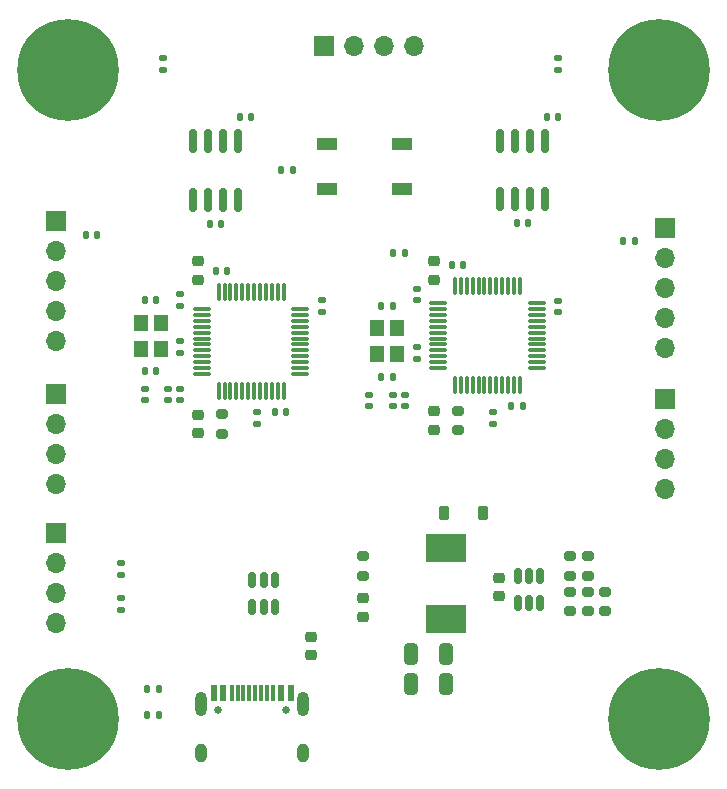
<source format=gbr>
%TF.GenerationSoftware,KiCad,Pcbnew,8.0.6*%
%TF.CreationDate,2024-12-26T00:35:44-06:00*%
%TF.ProjectId,KiCAD_MCPtest,4b694341-445f-44d4-9350-746573742e6b,rev?*%
%TF.SameCoordinates,Original*%
%TF.FileFunction,Soldermask,Top*%
%TF.FilePolarity,Negative*%
%FSLAX46Y46*%
G04 Gerber Fmt 4.6, Leading zero omitted, Abs format (unit mm)*
G04 Created by KiCad (PCBNEW 8.0.6) date 2024-12-26 00:35:44*
%MOMM*%
%LPD*%
G01*
G04 APERTURE LIST*
G04 Aperture macros list*
%AMRoundRect*
0 Rectangle with rounded corners*
0 $1 Rounding radius*
0 $2 $3 $4 $5 $6 $7 $8 $9 X,Y pos of 4 corners*
0 Add a 4 corners polygon primitive as box body*
4,1,4,$2,$3,$4,$5,$6,$7,$8,$9,$2,$3,0*
0 Add four circle primitives for the rounded corners*
1,1,$1+$1,$2,$3*
1,1,$1+$1,$4,$5*
1,1,$1+$1,$6,$7*
1,1,$1+$1,$8,$9*
0 Add four rect primitives between the rounded corners*
20,1,$1+$1,$2,$3,$4,$5,0*
20,1,$1+$1,$4,$5,$6,$7,0*
20,1,$1+$1,$6,$7,$8,$9,0*
20,1,$1+$1,$8,$9,$2,$3,0*%
G04 Aperture macros list end*
%ADD10RoundRect,0.135000X0.185000X-0.135000X0.185000X0.135000X-0.185000X0.135000X-0.185000X-0.135000X0*%
%ADD11RoundRect,0.225000X0.250000X-0.225000X0.250000X0.225000X-0.250000X0.225000X-0.250000X-0.225000X0*%
%ADD12RoundRect,0.140000X0.140000X0.170000X-0.140000X0.170000X-0.140000X-0.170000X0.140000X-0.170000X0*%
%ADD13RoundRect,0.225000X-0.250000X0.225000X-0.250000X-0.225000X0.250000X-0.225000X0.250000X0.225000X0*%
%ADD14R,1.200000X1.400000*%
%ADD15RoundRect,0.135000X-0.185000X0.135000X-0.185000X-0.135000X0.185000X-0.135000X0.185000X0.135000X0*%
%ADD16RoundRect,0.218750X0.256250X-0.218750X0.256250X0.218750X-0.256250X0.218750X-0.256250X-0.218750X0*%
%ADD17C,0.900000*%
%ADD18C,8.600000*%
%ADD19RoundRect,0.140000X-0.140000X-0.170000X0.140000X-0.170000X0.140000X0.170000X-0.140000X0.170000X0*%
%ADD20RoundRect,0.200000X-0.275000X0.200000X-0.275000X-0.200000X0.275000X-0.200000X0.275000X0.200000X0*%
%ADD21RoundRect,0.140000X-0.170000X0.140000X-0.170000X-0.140000X0.170000X-0.140000X0.170000X0.140000X0*%
%ADD22RoundRect,0.250000X-0.325000X-0.650000X0.325000X-0.650000X0.325000X0.650000X-0.325000X0.650000X0*%
%ADD23RoundRect,0.150000X0.150000X-0.825000X0.150000X0.825000X-0.150000X0.825000X-0.150000X-0.825000X0*%
%ADD24RoundRect,0.140000X0.170000X-0.140000X0.170000X0.140000X-0.170000X0.140000X-0.170000X-0.140000X0*%
%ADD25RoundRect,0.135000X-0.135000X-0.185000X0.135000X-0.185000X0.135000X0.185000X-0.135000X0.185000X0*%
%ADD26RoundRect,0.147500X0.172500X-0.147500X0.172500X0.147500X-0.172500X0.147500X-0.172500X-0.147500X0*%
%ADD27RoundRect,0.135000X0.135000X0.185000X-0.135000X0.185000X-0.135000X-0.185000X0.135000X-0.185000X0*%
%ADD28RoundRect,0.200000X0.275000X-0.200000X0.275000X0.200000X-0.275000X0.200000X-0.275000X-0.200000X0*%
%ADD29R,1.700000X1.700000*%
%ADD30O,1.700000X1.700000*%
%ADD31R,3.500000X2.350000*%
%ADD32RoundRect,0.225000X-0.225000X-0.375000X0.225000X-0.375000X0.225000X0.375000X-0.225000X0.375000X0*%
%ADD33RoundRect,0.218750X-0.256250X0.218750X-0.256250X-0.218750X0.256250X-0.218750X0.256250X0.218750X0*%
%ADD34C,0.650000*%
%ADD35R,0.600000X1.450000*%
%ADD36R,0.300000X1.450000*%
%ADD37O,1.000000X2.100000*%
%ADD38O,1.000000X1.600000*%
%ADD39RoundRect,0.150000X0.150000X-0.512500X0.150000X0.512500X-0.150000X0.512500X-0.150000X-0.512500X0*%
%ADD40R,1.700000X1.000000*%
%ADD41RoundRect,0.075000X-0.662500X-0.075000X0.662500X-0.075000X0.662500X0.075000X-0.662500X0.075000X0*%
%ADD42RoundRect,0.075000X-0.075000X-0.662500X0.075000X-0.662500X0.075000X0.662500X-0.075000X0.662500X0*%
G04 APERTURE END LIST*
D10*
%TO.C,R16*%
X141000000Y-78000000D03*
X141000000Y-76980000D03*
%TD*%
D11*
%TO.C,C14*%
X136000000Y-65775000D03*
X136000000Y-64225000D03*
%TD*%
D12*
%TO.C,C27*%
X143980000Y-61000000D03*
X143020000Y-61000000D03*
%TD*%
D13*
%TO.C,C13*%
X141500000Y-91000000D03*
X141500000Y-92550000D03*
%TD*%
D14*
%TO.C,Y1*%
X111150000Y-69400000D03*
X111150000Y-71600000D03*
X112850000Y-71600000D03*
X112850000Y-69400000D03*
%TD*%
D15*
%TO.C,R11*%
X146500000Y-46980000D03*
X146500000Y-48000000D03*
%TD*%
D16*
%TO.C,F1*%
X125600000Y-97587500D03*
X125600000Y-96012500D03*
%TD*%
D17*
%TO.C,H1*%
X101775000Y-48000000D03*
X102719581Y-45719581D03*
X102719581Y-50280419D03*
X105000000Y-44775000D03*
D18*
X105000000Y-48000000D03*
D17*
X105000000Y-51225000D03*
X107280419Y-45719581D03*
X107280419Y-50280419D03*
X108225000Y-48000000D03*
%TD*%
D14*
%TO.C,Y2*%
X131150000Y-69900000D03*
X131150000Y-72100000D03*
X132850000Y-72100000D03*
X132850000Y-69900000D03*
%TD*%
D19*
%TO.C,C19*%
X106520000Y-62000000D03*
X107480000Y-62000000D03*
%TD*%
D12*
%TO.C,C17*%
X143480000Y-76500000D03*
X142520000Y-76500000D03*
%TD*%
%TO.C,C23*%
X132480000Y-74000000D03*
X131520000Y-74000000D03*
%TD*%
D17*
%TO.C,H3*%
X151775000Y-103000000D03*
X152719581Y-100719581D03*
X152719581Y-105280419D03*
X155000000Y-99775000D03*
D18*
X155000000Y-103000000D03*
D17*
X155000000Y-106225000D03*
X157280419Y-100719581D03*
X157280419Y-105280419D03*
X158225000Y-103000000D03*
%TD*%
D20*
%TO.C,R14*%
X150500000Y-92175000D03*
X150500000Y-93825000D03*
%TD*%
D21*
%TO.C,C20*%
X132500000Y-75540000D03*
X132500000Y-76500000D03*
%TD*%
D19*
%TO.C,C8*%
X111520000Y-67500000D03*
X112480000Y-67500000D03*
%TD*%
D22*
%TO.C,C12*%
X134050000Y-100000000D03*
X137000000Y-100000000D03*
%TD*%
D23*
%TO.C,U4*%
X141595000Y-58975000D03*
X142865000Y-58975000D03*
X144135000Y-58975000D03*
X145405000Y-58975000D03*
X145405000Y-54025000D03*
X144135000Y-54025000D03*
X142865000Y-54025000D03*
X141595000Y-54025000D03*
%TD*%
D24*
%TO.C,C2*%
X114500000Y-67980000D03*
X114500000Y-67020000D03*
%TD*%
D15*
%TO.C,R19*%
X134500000Y-71490000D03*
X134500000Y-72510000D03*
%TD*%
%TO.C,R8*%
X109500000Y-92750000D03*
X109500000Y-93770000D03*
%TD*%
D11*
%TO.C,C1*%
X116000000Y-65775000D03*
X116000000Y-64225000D03*
%TD*%
D15*
%TO.C,R1*%
X121000000Y-76990000D03*
X121000000Y-78010000D03*
%TD*%
D25*
%TO.C,R22*%
X122990000Y-56500000D03*
X124010000Y-56500000D03*
%TD*%
D26*
%TO.C,L3*%
X130500000Y-76500000D03*
X130500000Y-75530000D03*
%TD*%
D15*
%TO.C,R4*%
X109500000Y-89750000D03*
X109500000Y-90770000D03*
%TD*%
D27*
%TO.C,R20*%
X112700000Y-100400000D03*
X111680000Y-100400000D03*
%TD*%
D28*
%TO.C,R13*%
X149000000Y-93825000D03*
X149000000Y-92175000D03*
%TD*%
D29*
%TO.C,J1*%
X126700000Y-46000000D03*
D30*
X129240000Y-46000000D03*
X131780000Y-46000000D03*
X134320000Y-46000000D03*
%TD*%
D12*
%TO.C,C26*%
X146480000Y-52000000D03*
X145520000Y-52000000D03*
%TD*%
D25*
%TO.C,R17*%
X132490000Y-63500000D03*
X133510000Y-63500000D03*
%TD*%
D29*
%TO.C,J3*%
X104000000Y-60840000D03*
D30*
X104000000Y-63380000D03*
X104000000Y-65920000D03*
X104000000Y-68460000D03*
X104000000Y-71000000D03*
%TD*%
D20*
%TO.C,R12*%
X147500000Y-92175000D03*
X147500000Y-93825000D03*
%TD*%
D16*
%TO.C,D1*%
X116000000Y-78787500D03*
X116000000Y-77212500D03*
%TD*%
D26*
%TO.C,L1*%
X111500000Y-75985000D03*
X111500000Y-75015000D03*
%TD*%
D24*
%TO.C,C18*%
X134500000Y-67480000D03*
X134500000Y-66520000D03*
%TD*%
D20*
%TO.C,R18*%
X138000000Y-76850000D03*
X138000000Y-78500000D03*
%TD*%
D31*
%TO.C,L2*%
X137000000Y-88475000D03*
X137000000Y-94525000D03*
%TD*%
D19*
%TO.C,C15*%
X137500000Y-64500000D03*
X138460000Y-64500000D03*
%TD*%
D15*
%TO.C,R9*%
X114500000Y-70990000D03*
X114500000Y-72010000D03*
%TD*%
D21*
%TO.C,C9*%
X114500000Y-75020000D03*
X114500000Y-75980000D03*
%TD*%
D32*
%TO.C,D2*%
X136850000Y-85500000D03*
X140150000Y-85500000D03*
%TD*%
D20*
%TO.C,R7*%
X118000000Y-77175000D03*
X118000000Y-78825000D03*
%TD*%
D33*
%TO.C,D3*%
X130000000Y-92712500D03*
X130000000Y-94287500D03*
%TD*%
D34*
%TO.C,J7*%
X117710000Y-102200000D03*
X123490000Y-102200000D03*
D35*
X117350000Y-100755000D03*
X118150000Y-100755000D03*
D36*
X119350000Y-100755000D03*
X120350000Y-100755000D03*
X120850000Y-100755000D03*
X121850000Y-100755000D03*
D35*
X123050000Y-100755000D03*
X123850000Y-100755000D03*
X123850000Y-100755000D03*
X123050000Y-100755000D03*
D36*
X122350000Y-100755000D03*
X121350000Y-100755000D03*
X119850000Y-100755000D03*
X118850000Y-100755000D03*
D35*
X118150000Y-100755000D03*
X117350000Y-100755000D03*
D37*
X116280000Y-101670000D03*
D38*
X116280000Y-105850000D03*
D37*
X124920000Y-101670000D03*
D38*
X124920000Y-105850000D03*
%TD*%
D12*
%TO.C,C6*%
X152960000Y-62500000D03*
X152000000Y-62500000D03*
%TD*%
D39*
%TO.C,U3*%
X143050000Y-93137500D03*
X144000000Y-93137500D03*
X144950000Y-93137500D03*
X144950000Y-90862500D03*
X144000000Y-90862500D03*
X143050000Y-90862500D03*
%TD*%
D29*
%TO.C,J5*%
X155500000Y-61420000D03*
D30*
X155500000Y-63960000D03*
X155500000Y-66500000D03*
X155500000Y-69040000D03*
X155500000Y-71580000D03*
%TD*%
D29*
%TO.C,J6*%
X155500000Y-75880000D03*
D30*
X155500000Y-78420000D03*
X155500000Y-80960000D03*
X155500000Y-83500000D03*
%TD*%
D17*
%TO.C,H2*%
X151775000Y-48000000D03*
X152719581Y-45719581D03*
X152719581Y-50280419D03*
X155000000Y-44775000D03*
D18*
X155000000Y-48000000D03*
D17*
X155000000Y-51225000D03*
X157280419Y-45719581D03*
X157280419Y-50280419D03*
X158225000Y-48000000D03*
%TD*%
D28*
%TO.C,R6*%
X149000000Y-90825000D03*
X149000000Y-89175000D03*
%TD*%
D40*
%TO.C,SW1*%
X126950000Y-54300000D03*
X133250000Y-54300000D03*
X126950000Y-58100000D03*
X133250000Y-58100000D03*
%TD*%
D20*
%TO.C,R15*%
X130000000Y-89175000D03*
X130000000Y-90825000D03*
%TD*%
D19*
%TO.C,C3*%
X117520000Y-65000000D03*
X118480000Y-65000000D03*
%TD*%
D29*
%TO.C,J4*%
X104000000Y-75460000D03*
D30*
X104000000Y-78000000D03*
X104000000Y-80540000D03*
X104000000Y-83080000D03*
%TD*%
D19*
%TO.C,C24*%
X119520000Y-52025000D03*
X120480000Y-52025000D03*
%TD*%
D41*
%TO.C,U5*%
X136337500Y-67750000D03*
X136337500Y-68250000D03*
X136337500Y-68750000D03*
X136337500Y-69250000D03*
X136337500Y-69750000D03*
X136337500Y-70250000D03*
X136337500Y-70750000D03*
X136337500Y-71250000D03*
X136337500Y-71750000D03*
X136337500Y-72250000D03*
X136337500Y-72750000D03*
X136337500Y-73250000D03*
D42*
X137750000Y-74662500D03*
X138250000Y-74662500D03*
X138750000Y-74662500D03*
X139250000Y-74662500D03*
X139750000Y-74662500D03*
X140250000Y-74662500D03*
X140750000Y-74662500D03*
X141250000Y-74662500D03*
X141750000Y-74662500D03*
X142250000Y-74662500D03*
X142750000Y-74662500D03*
X143250000Y-74662500D03*
D41*
X144662500Y-73250000D03*
X144662500Y-72750000D03*
X144662500Y-72250000D03*
X144662500Y-71750000D03*
X144662500Y-71250000D03*
X144662500Y-70750000D03*
X144662500Y-70250000D03*
X144662500Y-69750000D03*
X144662500Y-69250000D03*
X144662500Y-68750000D03*
X144662500Y-68250000D03*
X144662500Y-67750000D03*
D42*
X143250000Y-66337500D03*
X142750000Y-66337500D03*
X142250000Y-66337500D03*
X141750000Y-66337500D03*
X141250000Y-66337500D03*
X140750000Y-66337500D03*
X140250000Y-66337500D03*
X139750000Y-66337500D03*
X139250000Y-66337500D03*
X138750000Y-66337500D03*
X138250000Y-66337500D03*
X137750000Y-66337500D03*
%TD*%
D20*
%TO.C,R5*%
X147500000Y-89175000D03*
X147500000Y-90825000D03*
%TD*%
D23*
%TO.C,U2*%
X115595000Y-59000000D03*
X116865000Y-59000000D03*
X118135000Y-59000000D03*
X119405000Y-59000000D03*
X119405000Y-54050000D03*
X118135000Y-54050000D03*
X116865000Y-54050000D03*
X115595000Y-54050000D03*
%TD*%
D19*
%TO.C,C25*%
X117020000Y-61025000D03*
X117980000Y-61025000D03*
%TD*%
D22*
%TO.C,C11*%
X134025000Y-97500000D03*
X136975000Y-97500000D03*
%TD*%
D19*
%TO.C,C21*%
X131520000Y-68000000D03*
X132480000Y-68000000D03*
%TD*%
D29*
%TO.C,J2*%
X104000000Y-87200000D03*
D30*
X104000000Y-89740000D03*
X104000000Y-92280000D03*
X104000000Y-94820000D03*
%TD*%
D21*
%TO.C,C7*%
X113500000Y-75020000D03*
X113500000Y-75980000D03*
%TD*%
D17*
%TO.C,H4*%
X101775000Y-103000000D03*
X102719581Y-100719581D03*
X102719581Y-105280419D03*
X105000000Y-99775000D03*
D18*
X105000000Y-103000000D03*
D17*
X105000000Y-106225000D03*
X107280419Y-100719581D03*
X107280419Y-105280419D03*
X108225000Y-103000000D03*
%TD*%
D41*
%TO.C,U1*%
X116337500Y-68250000D03*
X116337500Y-68750000D03*
X116337500Y-69250000D03*
X116337500Y-69750000D03*
X116337500Y-70250000D03*
X116337500Y-70750000D03*
X116337500Y-71250000D03*
X116337500Y-71750000D03*
X116337500Y-72250000D03*
X116337500Y-72750000D03*
X116337500Y-73250000D03*
X116337500Y-73750000D03*
D42*
X117750000Y-75162500D03*
X118250000Y-75162500D03*
X118750000Y-75162500D03*
X119250000Y-75162500D03*
X119750000Y-75162500D03*
X120250000Y-75162500D03*
X120750000Y-75162500D03*
X121250000Y-75162500D03*
X121750000Y-75162500D03*
X122250000Y-75162500D03*
X122750000Y-75162500D03*
X123250000Y-75162500D03*
D41*
X124662500Y-73750000D03*
X124662500Y-73250000D03*
X124662500Y-72750000D03*
X124662500Y-72250000D03*
X124662500Y-71750000D03*
X124662500Y-71250000D03*
X124662500Y-70750000D03*
X124662500Y-70250000D03*
X124662500Y-69750000D03*
X124662500Y-69250000D03*
X124662500Y-68750000D03*
X124662500Y-68250000D03*
D42*
X123250000Y-66837500D03*
X122750000Y-66837500D03*
X122250000Y-66837500D03*
X121750000Y-66837500D03*
X121250000Y-66837500D03*
X120750000Y-66837500D03*
X120250000Y-66837500D03*
X119750000Y-66837500D03*
X119250000Y-66837500D03*
X118750000Y-66837500D03*
X118250000Y-66837500D03*
X117750000Y-66837500D03*
%TD*%
D21*
%TO.C,C22*%
X133500000Y-75520000D03*
X133500000Y-76480000D03*
%TD*%
D27*
%TO.C,R21*%
X112710000Y-102600000D03*
X111690000Y-102600000D03*
%TD*%
D21*
%TO.C,C4*%
X126500000Y-67520000D03*
X126500000Y-68480000D03*
%TD*%
D12*
%TO.C,C5*%
X123480000Y-77000000D03*
X122520000Y-77000000D03*
%TD*%
D16*
%TO.C,D4*%
X136000000Y-78462500D03*
X136000000Y-76887500D03*
%TD*%
D39*
%TO.C,U6*%
X120600000Y-93500000D03*
X121550000Y-93500000D03*
X122500000Y-93500000D03*
X122500000Y-91225000D03*
X121550000Y-91225000D03*
X120600000Y-91225000D03*
%TD*%
D15*
%TO.C,R3*%
X113000000Y-46990000D03*
X113000000Y-48010000D03*
%TD*%
D12*
%TO.C,C10*%
X112480000Y-73500000D03*
X111520000Y-73500000D03*
%TD*%
D21*
%TO.C,C16*%
X146500000Y-67540000D03*
X146500000Y-68500000D03*
%TD*%
M02*

</source>
